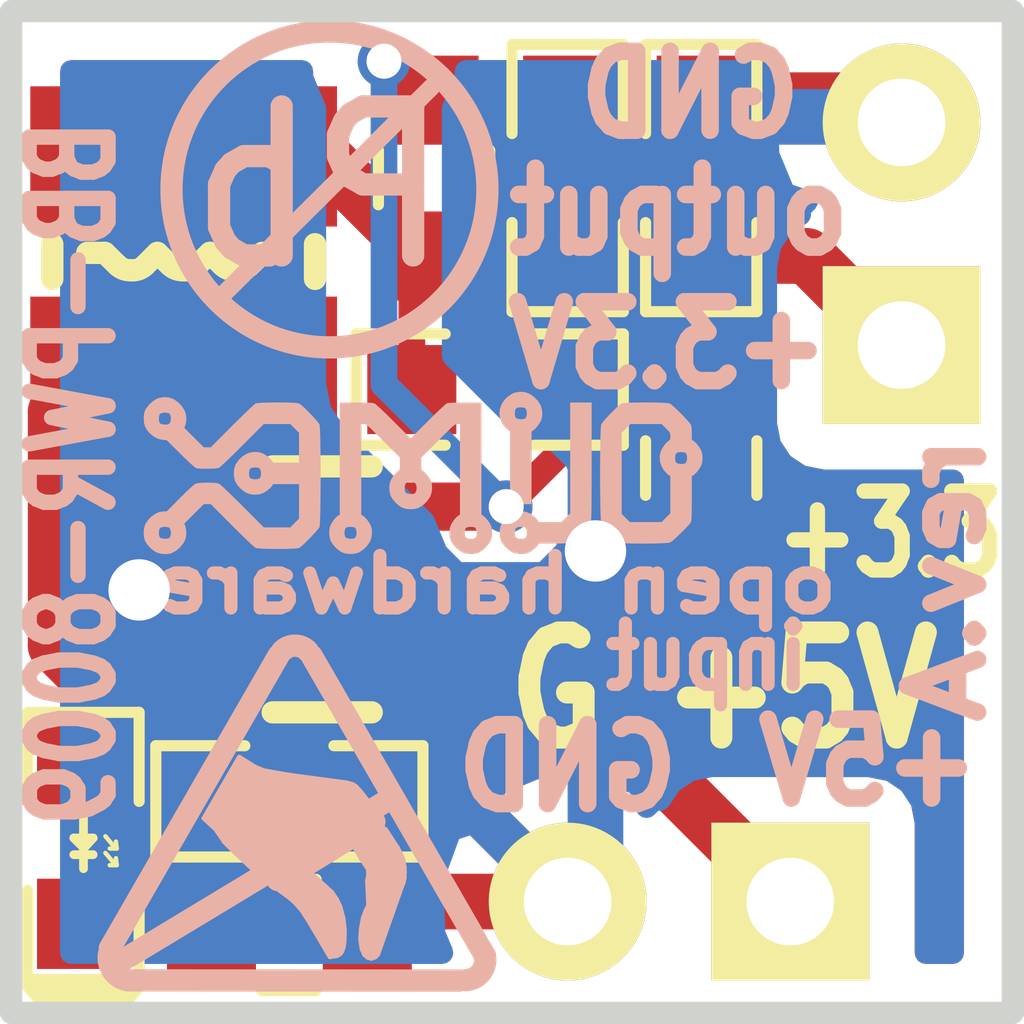
<source format=kicad_pcb>
(kicad_pcb (version 4) (host pcbnew no-vcs-found-product)

  (general
    (links 23)
    (no_connects 0)
    (area 2.432477 15.8194 40.446191 34.503)
    (thickness 1.6)
    (drawings 15)
    (tracks 65)
    (zones 0)
    (modules 17)
    (nets 7)
  )

  (page A4)
  (layers
    (0 F.Cu signal hide)
    (31 B.Cu signal hide)
    (32 B.Adhes user)
    (33 F.Adhes user)
    (34 B.Paste user)
    (35 F.Paste user)
    (36 B.SilkS user hide)
    (37 F.SilkS user)
    (38 B.Mask user)
    (39 F.Mask user)
    (40 Dwgs.User user)
    (41 Cmts.User user)
    (42 Eco1.User user)
    (43 Eco2.User user)
    (44 Edge.Cuts user)
    (45 Margin user)
    (46 B.CrtYd user)
    (47 F.CrtYd user)
    (48 B.Fab user)
    (49 F.Fab user)
  )

  (setup
    (last_trace_width 0.3048)
    (trace_clearance 0.2)
    (zone_clearance 0.508)
    (zone_45_only no)
    (trace_min 0.2)
    (segment_width 0.2)
    (edge_width 0.254)
    (via_size 0.6)
    (via_drill 0.4)
    (via_min_size 0.4)
    (via_min_drill 0.3)
    (uvia_size 0.3)
    (uvia_drill 0.1)
    (uvias_allowed no)
    (uvia_min_size 0)
    (uvia_min_drill 0)
    (pcb_text_width 0.3)
    (pcb_text_size 1.5 1.5)
    (mod_edge_width 0.15)
    (mod_text_size 1 1)
    (mod_text_width 0.15)
    (pad_size 0.9 0.9)
    (pad_drill 0.7)
    (pad_to_mask_clearance 0.1)
    (solder_mask_min_width 0.1)
    (aux_axis_origin 0 0)
    (visible_elements FFFEFFFF)
    (pcbplotparams
      (layerselection 0x00000_80000001)
      (usegerberextensions false)
      (excludeedgelayer true)
      (linewidth 0.100000)
      (plotframeref false)
      (viasonmask false)
      (mode 1)
      (useauxorigin false)
      (hpglpennumber 1)
      (hpglpenspeed 20)
      (hpglpendiameter 15)
      (hpglpenoverlay 2)
      (psnegative false)
      (psa4output false)
      (plotreference false)
      (plotvalue false)
      (plotinvisibletext false)
      (padsonsilk false)
      (subtractmaskfromsilk false)
      (outputformat 1)
      (mirror false)
      (drillshape 0)
      (scaleselection 1)
      (outputdirectory ""))
  )

  (net 0 "")
  (net 1 "Net-(C1-Pad1)")
  (net 2 GND)
  (net 3 "Net-(C2-Pad1)")
  (net 4 "Net-(C2-Pad2)")
  (net 5 "Net-(L1-Pad1)")
  (net 6 "Net-(D1-Pad1)")

  (net_class Default "This is the default net class."
    (clearance 0.2)
    (trace_width 0.3048)
    (via_dia 0.6)
    (via_drill 0.4)
    (uvia_dia 0.3)
    (uvia_drill 0.1)
    (add_net GND)
    (add_net "Net-(C1-Pad1)")
    (add_net "Net-(C2-Pad1)")
    (add_net "Net-(C2-Pad2)")
    (add_net "Net-(D1-Pad1)")
    (add_net "Net-(L1-Pad1)")
  )

  (module OLIMEX_Jumpers-FP:HN1x2_Jumper (layer F.Cu) (tedit 55714090) (tstamp 55701DF4)
    (at 25.4 21.59 90)
    (descr SIP4)
    (tags SIP4)
    (path /5570147E)
    (fp_text reference P2 (at -0.127 2.794 90) (layer F.SilkS) hide
      (effects (font (size 1 1) (thickness 0.25)))
    )
    (fp_text value HN1x2 (at 0.4064 2.7686 90) (layer F.Fab) hide
      (effects (font (size 1.1 1.1) (thickness 0.254)))
    )
    (pad 1 thru_hole rect (at -1.27 0 180) (size 1.8 1.8) (drill 1) (layers *.Cu *.Mask F.SilkS)
      (net 3 "Net-(C2-Pad1)") (solder_mask_margin 0.0508) (solder_paste_margin -0.0508))
    (pad 2 thru_hole circle (at 1.27 0 180) (size 1.8 1.8) (drill 1) (layers *.Cu *.Mask F.SilkS)
      (net 2 GND) (solder_mask_margin 0.0508) (solder_paste_margin -0.0508))
    (model Housings_SIP/SIP9_Housing.wrl
      (at (xyz 0 0 0))
      (scale (xyz 0.3937 0.3937 0.3937))
      (rotate (xyz 0 0 0))
    )
  )

  (module OLIMEX_Jumpers-FP:HN1x2_Jumper (layer F.Cu) (tedit 55714083) (tstamp 55701DEE)
    (at 22.86 29.21 180)
    (descr SIP4)
    (tags SIP4)
    (path /55700F41)
    (fp_text reference P1 (at 0 -2.54 180) (layer F.SilkS) hide
      (effects (font (size 1 1) (thickness 0.25)))
    )
    (fp_text value HN1x2 (at 0.4064 2.7686 180) (layer F.Fab) hide
      (effects (font (size 1.1 1.1) (thickness 0.254)))
    )
    (pad 1 thru_hole rect (at -1.27 0 270) (size 1.8 1.8) (drill 1) (layers *.Cu *.Mask F.SilkS)
      (net 1 "Net-(C1-Pad1)") (solder_mask_margin 0.0508) (solder_paste_margin -0.0508))
    (pad 2 thru_hole circle (at 1.27 0 270) (size 1.8 1.8) (drill 1) (layers *.Cu *.Mask F.SilkS)
      (net 2 GND) (solder_mask_margin 0.0508) (solder_paste_margin -0.0508))
    (model Housings_SIP/SIP9_Housing.wrl
      (at (xyz 0 0 0))
      (scale (xyz 0.3937 0.3937 0.3937))
      (rotate (xyz 0 0 0))
    )
  )

  (module OLIMEX_LEDs-FP:LED_0603_KA (layer F.Cu) (tedit 55702A34) (tstamp 557081AD)
    (at 16.0655 28.575 270)
    (descr CCCCC)
    (tags "resistor 0603")
    (path /557024F3)
    (attr smd)
    (fp_text reference D1 (at 0 1.905 270) (layer F.SilkS) hide
      (effects (font (size 1.1 1.1) (thickness 0.254)))
    )
    (fp_text value LED_RED_0603 (at 0 3.048 270) (layer F.Fab) hide
      (effects (font (size 1 1) (thickness 0.15)))
    )
    (fp_line (start 1.6129 -0.4445) (end 1.6129 0.3556) (layer F.SilkS) (width 0.254))
    (fp_line (start 1.7399 -0.4191) (end 1.7399 0.4064) (layer F.SilkS) (width 0.254))
    (fp_line (start 1.5875 0.5715) (end 1.7272 0.4445) (layer F.SilkS) (width 0.254))
    (fp_line (start 1.5875 -0.5715) (end 1.7399 -0.4445) (layer F.SilkS) (width 0.254))
    (fp_line (start 0.08 -0.25) (end 0.21 -0.36) (layer F.SilkS) (width 0.05))
    (fp_line (start 0.22 -0.38) (end 0.14 -0.37) (layer F.SilkS) (width 0.05))
    (fp_line (start 0.22 -0.38) (end 0.22 -0.3) (layer F.SilkS) (width 0.05))
    (fp_line (start 0.03 -0.38) (end 0.03 -0.3) (layer F.SilkS) (width 0.05))
    (fp_line (start 0.03 -0.38) (end -0.05 -0.37) (layer F.SilkS) (width 0.05))
    (fp_line (start -0.11 -0.25) (end 0.02 -0.36) (layer F.SilkS) (width 0.05))
    (fp_line (start 0.1 -0.11) (end 0.1 0.11) (layer F.SilkS) (width 0.1))
    (fp_line (start -0.09 0.11) (end 0.01 0.01) (layer F.SilkS) (width 0.1))
    (fp_line (start -0.09 -0.11) (end 0.02 -0.01) (layer F.SilkS) (width 0.1))
    (fp_line (start -0.09 -0.11) (end -0.09 0.11) (layer F.SilkS) (width 0.1))
    (fp_line (start -0.32 0) (end 0.26 0) (layer F.SilkS) (width 0.1))
    (fp_line (start 0.508 -0.635) (end 1.524 -0.635) (layer F.SilkS) (width 0.127))
    (fp_line (start 1.524 -0.635) (end 1.524 0.635) (layer F.SilkS) (width 0.127))
    (fp_line (start 1.524 0.635) (end 0.508 0.635) (layer F.SilkS) (width 0.127))
    (fp_line (start -1.524 -0.635) (end -1.524 0.635) (layer F.SilkS) (width 0.127))
    (fp_line (start -1.524 0.635) (end -0.508 0.635) (layer F.SilkS) (width 0.127))
    (fp_line (start -1.524 -0.635) (end -0.508 -0.635) (layer F.SilkS) (width 0.127))
    (pad 2 smd rect (at -0.889 0 270) (size 1.03 1.06) (layers F.Cu F.Paste F.Mask)
      (net 1 "Net-(C1-Pad1)"))
    (pad 1 smd rect (at 0.889 0 270) (size 1.03 1.06) (layers F.Cu F.Paste F.Mask)
      (net 6 "Net-(D1-Pad1)"))
    (model Resistors_SMD/R_0603.wrl
      (at (xyz 0 0 0))
      (scale (xyz 1 1 1))
      (rotate (xyz 0 0 0))
    )
  )

  (module kicad_wrk:C_0603 (layer F.Cu) (tedit 559A1B55) (tstamp 55701DD0)
    (at 18.415 28.067)
    (descr "Resistor SMD 0603, reflow soldering, Vishay (see dcrcw.pdf)")
    (tags "resistor 0603")
    (path /55700F73)
    (attr smd)
    (fp_text reference C1 (at -0.1778 0) (layer F.SilkS) hide
      (effects (font (size 1 1) (thickness 0.15)))
    )
    (fp_text value 22uF/6.3V (at -0.127 3.175) (layer F.SilkS) hide
      (effects (font (size 1 1) (thickness 0.15)))
    )
    (fp_line (start 0.508 -0.635) (end 1.524 -0.635) (layer F.SilkS) (width 0.127))
    (fp_line (start 1.524 -0.635) (end 1.524 0.635) (layer F.SilkS) (width 0.127))
    (fp_line (start 1.524 0.635) (end 0.508 0.635) (layer F.SilkS) (width 0.127))
    (fp_line (start -1.524 -0.635) (end -1.524 0.635) (layer F.SilkS) (width 0.127))
    (fp_line (start -1.524 0.635) (end -0.508 0.635) (layer F.SilkS) (width 0.127))
    (fp_line (start -1.524 -0.635) (end -0.508 -0.635) (layer F.SilkS) (width 0.127))
    (pad 1 smd rect (at -0.889 0) (size 1.016 1.016) (layers F.Cu F.Paste F.Mask)
      (net 1 "Net-(C1-Pad1)"))
    (pad 2 smd rect (at 0.889 0) (size 1.016 1.016) (layers F.Cu F.Paste F.Mask)
      (net 2 GND))
    (model Resistors_SMD/R_0603.wrl
      (at (xyz 0 0 0))
      (scale (xyz 1 1 1))
      (rotate (xyz 0 0 0))
    )
  )

  (module kicad_wrk:C_0603 (layer F.Cu) (tedit 559A1B85) (tstamp 55701DD6)
    (at 20.701 23.368)
    (descr "Resistor SMD 0603, reflow soldering, Vishay (see dcrcw.pdf)")
    (tags "resistor 0603")
    (path /5570121E)
    (attr smd)
    (fp_text reference C2 (at -0.1778 0.0508) (layer F.SilkS) hide
      (effects (font (size 1 1) (thickness 0.15)))
    )
    (fp_text value 22pF (at 4.445 -5.715) (layer F.SilkS) hide
      (effects (font (size 1 1) (thickness 0.15)))
    )
    (fp_line (start 0.508 -0.635) (end 1.524 -0.635) (layer F.SilkS) (width 0.127))
    (fp_line (start 1.524 -0.635) (end 1.524 0.635) (layer F.SilkS) (width 0.127))
    (fp_line (start 1.524 0.635) (end 0.508 0.635) (layer F.SilkS) (width 0.127))
    (fp_line (start -1.524 -0.635) (end -1.524 0.635) (layer F.SilkS) (width 0.127))
    (fp_line (start -1.524 0.635) (end -0.508 0.635) (layer F.SilkS) (width 0.127))
    (fp_line (start -1.524 -0.635) (end -0.508 -0.635) (layer F.SilkS) (width 0.127))
    (pad 1 smd rect (at -0.889 0) (size 1.016 1.016) (layers F.Cu F.Paste F.Mask)
      (net 3 "Net-(C2-Pad1)"))
    (pad 2 smd rect (at 0.889 0) (size 1.016 1.016) (layers F.Cu F.Paste F.Mask)
      (net 4 "Net-(C2-Pad2)"))
    (model Resistors_SMD/R_0603.wrl
      (at (xyz 0 0 0))
      (scale (xyz 1 1 1))
      (rotate (xyz 0 0 0))
    )
  )

  (module kicad_wrk:C_0603 (layer F.Cu) (tedit 559A1B82) (tstamp 55701DDC)
    (at 23.114 20.955 90)
    (descr "Resistor SMD 0603, reflow soldering, Vishay (see dcrcw.pdf)")
    (tags "resistor 0603")
    (path /557012A8)
    (attr smd)
    (fp_text reference C3 (at 2.9972 0.1016 90) (layer F.SilkS) hide
      (effects (font (size 1 1) (thickness 0.15)))
    )
    (fp_text value 22uF/6.3V (at -0.254 13.081 90) (layer F.SilkS) hide
      (effects (font (size 1 1) (thickness 0.15)))
    )
    (fp_line (start 0.508 -0.635) (end 1.524 -0.635) (layer F.SilkS) (width 0.127))
    (fp_line (start 1.524 -0.635) (end 1.524 0.635) (layer F.SilkS) (width 0.127))
    (fp_line (start 1.524 0.635) (end 0.508 0.635) (layer F.SilkS) (width 0.127))
    (fp_line (start -1.524 -0.635) (end -1.524 0.635) (layer F.SilkS) (width 0.127))
    (fp_line (start -1.524 0.635) (end -0.508 0.635) (layer F.SilkS) (width 0.127))
    (fp_line (start -1.524 -0.635) (end -0.508 -0.635) (layer F.SilkS) (width 0.127))
    (pad 1 smd rect (at -0.889 0 90) (size 1.016 1.016) (layers F.Cu F.Paste F.Mask)
      (net 3 "Net-(C2-Pad1)"))
    (pad 2 smd rect (at 0.889 0 90) (size 1.016 1.016) (layers F.Cu F.Paste F.Mask)
      (net 2 GND))
    (model Resistors_SMD/R_0603.wrl
      (at (xyz 0 0 0))
      (scale (xyz 1 1 1))
      (rotate (xyz 0 0 0))
    )
  )

  (module kicad_wrk:C_0603 (layer F.Cu) (tedit 559A1B80) (tstamp 55701DE2)
    (at 21.59 20.955 90)
    (descr "Resistor SMD 0603, reflow soldering, Vishay (see dcrcw.pdf)")
    (tags "resistor 0603")
    (path /557012DF)
    (attr smd)
    (fp_text reference C4 (at 3.7846 0.0508 90) (layer F.SilkS) hide
      (effects (font (size 1 1) (thickness 0.15)))
    )
    (fp_text value 22uF/6.3V (at -0.889 12.954 90) (layer F.SilkS) hide
      (effects (font (size 1 1) (thickness 0.15)))
    )
    (fp_line (start 0.508 -0.635) (end 1.524 -0.635) (layer F.SilkS) (width 0.127))
    (fp_line (start 1.524 -0.635) (end 1.524 0.635) (layer F.SilkS) (width 0.127))
    (fp_line (start 1.524 0.635) (end 0.508 0.635) (layer F.SilkS) (width 0.127))
    (fp_line (start -1.524 -0.635) (end -1.524 0.635) (layer F.SilkS) (width 0.127))
    (fp_line (start -1.524 0.635) (end -0.508 0.635) (layer F.SilkS) (width 0.127))
    (fp_line (start -1.524 -0.635) (end -0.508 -0.635) (layer F.SilkS) (width 0.127))
    (pad 1 smd rect (at -0.889 0 90) (size 1.016 1.016) (layers F.Cu F.Paste F.Mask)
      (net 3 "Net-(C2-Pad1)"))
    (pad 2 smd rect (at 0.889 0 90) (size 1.016 1.016) (layers F.Cu F.Paste F.Mask)
      (net 2 GND))
    (model Resistors_SMD/R_0603.wrl
      (at (xyz 0 0 0))
      (scale (xyz 1 1 1))
      (rotate (xyz 0 0 0))
    )
  )

  (module OLIMEX_RLC-FP:CD32 (layer F.Cu) (tedit 55702A3E) (tstamp 55701DE8)
    (at 17.2085 21.9075 90)
    (descr "ROTATED COUNTERCLOCKWISE 90")
    (tags "ROTATED COUNTERCLOCKWISE 90")
    (path /557011F1)
    (attr smd)
    (fp_text reference L1 (at -4.953 -0.127 180) (layer F.SilkS) hide
      (effects (font (size 1 1) (thickness 0.25)))
    )
    (fp_text value 2.2uH/1.5A/JCR<0.1R/CD32 (at -7.747 0.127 180) (layer F.Fab) hide
      (effects (font (size 0.5 0.5) (thickness 0.125)))
    )
    (fp_line (start 0.19812 1.4986) (end -0.19812 1.4986) (layer F.SilkS) (width 0.254))
    (fp_line (start 0.19812 -1.4986) (end -0.19812 -1.4986) (layer F.SilkS) (width 0.254))
    (fp_line (start 0.09906 1.09982) (end 0.09906 0.89916) (layer F.SilkS) (width 0.254))
    (fp_line (start 0.09906 0.89916) (end -0.04064 0.75692) (layer F.SilkS) (width 0.254))
    (fp_line (start -0.09906 0.61468) (end -0.09906 0.58166) (layer F.SilkS) (width 0.254))
    (fp_line (start -0.04064 0.43942) (end 0.09906 0.29972) (layer F.SilkS) (width 0.254))
    (fp_line (start 0.09906 0.29972) (end -0.04064 0.15748) (layer F.SilkS) (width 0.254))
    (fp_line (start -0.09906 0.01524) (end -0.09906 -0.01524) (layer F.SilkS) (width 0.254))
    (fp_line (start -0.04064 -0.15748) (end 0.09906 -0.29972) (layer F.SilkS) (width 0.254))
    (fp_line (start 0.09906 -0.29972) (end -0.04064 -0.43942) (layer F.SilkS) (width 0.254))
    (fp_line (start -0.09906 -0.58166) (end -0.09906 -0.61468) (layer F.SilkS) (width 0.254))
    (fp_line (start -0.04064 -0.75692) (end 0.09906 -0.89916) (layer F.SilkS) (width 0.254))
    (fp_line (start 0.09906 -0.89916) (end 0.09906 -1.09982) (layer F.SilkS) (width 0.254))
    (fp_arc (start 0.09906 0.61468) (end -0.04064 0.75692) (angle 44.9) (layer F.SilkS) (width 0.254))
    (fp_arc (start 0.09906 0.58166) (end -0.09906 0.58166) (angle 44.9) (layer F.SilkS) (width 0.254))
    (fp_arc (start 0.09906 0.01524) (end -0.04064 0.15748) (angle 44.9) (layer F.SilkS) (width 0.254))
    (fp_arc (start 0.09906 -0.01524) (end -0.09906 -0.01524) (angle 44.9) (layer F.SilkS) (width 0.254))
    (fp_arc (start 0.09906 -0.58166) (end -0.04064 -0.43942) (angle 44.9) (layer F.SilkS) (width 0.254))
    (fp_arc (start 0.09906 -0.61468) (end -0.09906 -0.61468) (angle 44.9) (layer F.SilkS) (width 0.254))
    (pad 1 smd rect (at -1.2 0 180) (size 3.5 1.6) (layers F.Cu F.Paste F.Mask)
      (net 5 "Net-(L1-Pad1)") (solder_mask_margin 0.0508) (solder_paste_margin -0.0508) (clearance 0.0508))
    (pad 2 smd rect (at 1.2 0 180) (size 3.5 1.6) (layers F.Cu F.Paste F.Mask)
      (net 3 "Net-(C2-Pad1)") (solder_mask_margin 0.0508) (solder_paste_margin -0.0508) (clearance 0.0508))
  )

  (module OLIMEX_RLC-FP:R_0603_DWS (layer F.Cu) (tedit 559A1B7F) (tstamp 55701DFA)
    (at 20.066 20.955 90)
    (descr "Resistor SMD 0603, reflow soldering, Vishay (see dcrcw.pdf)")
    (tags "resistor 0603")
    (path /5570124B)
    (attr smd)
    (fp_text reference R1 (at 3.7846 -0.0254 90) (layer F.SilkS) hide
      (effects (font (size 1.1 1.1) (thickness 0.254)))
    )
    (fp_text value "4.99K 1%" (at 0 12.573 90) (layer F.Fab) hide
      (effects (font (size 1 1) (thickness 0.15)))
    )
    (fp_line (start -0.3048 0.635) (end 0.3175 0.635) (layer F.SilkS) (width 0.127))
    (fp_line (start -0.3048 -0.635) (end 0.3175 -0.635) (layer F.SilkS) (width 0.127))
    (fp_line (start 0.508 -0.635) (end 1.524 -0.635) (layer Dwgs.User) (width 0.127))
    (fp_line (start 1.524 -0.635) (end 1.524 0.635) (layer Dwgs.User) (width 0.127))
    (fp_line (start 1.524 0.635) (end 0.508 0.635) (layer Dwgs.User) (width 0.127))
    (fp_line (start -1.524 -0.635) (end -1.524 0.635) (layer Dwgs.User) (width 0.127))
    (fp_line (start -1.524 0.635) (end -0.508 0.635) (layer Dwgs.User) (width 0.127))
    (fp_line (start -1.524 -0.635) (end -0.508 -0.635) (layer Dwgs.User) (width 0.127))
    (pad 1 smd rect (at -0.889 0 90) (size 1.016 1.016) (layers F.Cu F.Paste F.Mask)
      (net 3 "Net-(C2-Pad1)") (solder_mask_margin 0.0508) (solder_paste_margin -0.0508) (clearance 0.0508))
    (pad 2 smd rect (at 0.889 0 90) (size 1.016 1.016) (layers F.Cu F.Paste F.Mask)
      (net 4 "Net-(C2-Pad2)") (solder_mask_margin 0.0508) (solder_paste_margin -0.0508) (clearance 0.0508))
    (model Resistors_SMD/R_0603.wrl
      (at (xyz 0 0 0))
      (scale (xyz 1 1 1))
      (rotate (xyz 0 0 0))
    )
  )

  (module OLIMEX_RLC-FP:R_0603_DWS (layer F.Cu) (tedit 559A1B9A) (tstamp 55701E00)
    (at 23.114 24.257 270)
    (descr "Resistor SMD 0603, reflow soldering, Vishay (see dcrcw.pdf)")
    (tags "resistor 0603")
    (path /5570126C)
    (attr smd)
    (fp_text reference R2 (at 0.0254 0.0508 270) (layer F.SilkS) hide
      (effects (font (size 1.1 1.1) (thickness 0.254)))
    )
    (fp_text value "1.1K 1%" (at 0.635 -7.493 270) (layer F.Fab) hide
      (effects (font (size 1 1) (thickness 0.15)))
    )
    (fp_line (start -0.3048 0.635) (end 0.3175 0.635) (layer F.SilkS) (width 0.127))
    (fp_line (start -0.3048 -0.635) (end 0.3175 -0.635) (layer F.SilkS) (width 0.127))
    (fp_line (start 0.508 -0.635) (end 1.524 -0.635) (layer Dwgs.User) (width 0.127))
    (fp_line (start 1.524 -0.635) (end 1.524 0.635) (layer Dwgs.User) (width 0.127))
    (fp_line (start 1.524 0.635) (end 0.508 0.635) (layer Dwgs.User) (width 0.127))
    (fp_line (start -1.524 -0.635) (end -1.524 0.635) (layer Dwgs.User) (width 0.127))
    (fp_line (start -1.524 0.635) (end -0.508 0.635) (layer Dwgs.User) (width 0.127))
    (fp_line (start -1.524 -0.635) (end -0.508 -0.635) (layer Dwgs.User) (width 0.127))
    (pad 1 smd rect (at -0.889 0 270) (size 1.016 1.016) (layers F.Cu F.Paste F.Mask)
      (net 4 "Net-(C2-Pad2)") (solder_mask_margin 0.0508) (solder_paste_margin -0.0508) (clearance 0.0508))
    (pad 2 smd rect (at 0.889 0 270) (size 1.016 1.016) (layers F.Cu F.Paste F.Mask)
      (net 2 GND) (solder_mask_margin 0.0508) (solder_paste_margin -0.0508) (clearance 0.0508))
    (model Resistors_SMD/R_0603.wrl
      (at (xyz 0 0 0))
      (scale (xyz 1 1 1))
      (rotate (xyz 0 0 0))
    )
  )

  (module OLIMEX_IC-FP:SOT-23-5 (layer F.Cu) (tedit 55702A2A) (tstamp 55701E09)
    (at 18.796 25.654 180)
    (path /5570110E)
    (fp_text reference U1 (at -1.143 3.175 180) (layer F.SilkS) hide
      (effects (font (size 1.1 1.1) (thickness 0.254)))
    )
    (fp_text value "SY8009AAAC(SOT23-5)" (at 6.477 3.683 180) (layer F.Fab) hide
      (effects (font (size 1.1 1.1) (thickness 0.254)))
    )
    (fp_line (start -0.5588 1.4097) (end 0.5715 1.4097) (layer F.SilkS) (width 0.254))
    (fp_line (start -0.5588 -1.397) (end 0.5715 -1.397) (layer F.SilkS) (width 0.254))
    (fp_line (start -0.80264 -1.40208) (end -0.79502 1.40208) (layer Dwgs.User) (width 0.15))
    (fp_line (start 0.80518 1.40208) (end 0.79756 -1.4097) (layer Dwgs.User) (width 0.15))
    (pad 4 smd rect (at -1.3 -0.95 180) (size 1.2 0.55) (layers F.Cu F.Paste F.Mask)
      (net 1 "Net-(C1-Pad1)") (solder_mask_margin 0.0508) (solder_paste_margin -0.0508) (clearance 0.0508))
    (pad 5 smd rect (at -1.3 0.95 180) (size 1.2 0.55) (layers F.Cu F.Paste F.Mask)
      (net 4 "Net-(C2-Pad2)") (solder_mask_margin 0.0508) (solder_paste_margin -0.0508) (clearance 0.0508))
    (pad 3 smd rect (at 1.3 -0.95 180) (size 1.2 0.55) (layers F.Cu F.Paste F.Mask)
      (net 5 "Net-(L1-Pad1)") (solder_mask_margin 0.0508) (solder_paste_margin -0.0508) (clearance 0.0508))
    (pad 2 smd rect (at 1.3 0 180) (size 1.2 0.55) (layers F.Cu F.Paste F.Mask)
      (net 2 GND) (solder_mask_margin 0.0508) (solder_paste_margin -0.0508) (clearance 0.0508))
    (pad 1 smd rect (at 1.3 0.95 180) (size 1.2 0.55) (layers F.Cu F.Paste F.Mask)
      (net 1 "Net-(C1-Pad1)") (solder_mask_margin 0.0508) (solder_paste_margin -0.0508) (clearance 0.0508))
  )

  (module OLIMEX_RLC-FP:R_0603_DWS (layer F.Cu) (tedit 559A1B53) (tstamp 557081BB)
    (at 18.415 29.591 180)
    (descr "Resistor SMD 0603, reflow soldering, Vishay (see dcrcw.pdf)")
    (tags "resistor 0603")
    (path /5570251F)
    (attr smd)
    (fp_text reference R3 (at 0.2286 -0.1016 180) (layer F.SilkS) hide
      (effects (font (size 1.1 1.1) (thickness 0.254)))
    )
    (fp_text value 2.2K (at -0.127 -3.937 180) (layer F.Fab) hide
      (effects (font (size 1 1) (thickness 0.15)))
    )
    (fp_line (start -0.3048 0.635) (end 0.3175 0.635) (layer F.SilkS) (width 0.127))
    (fp_line (start -0.3048 -0.635) (end 0.3175 -0.635) (layer F.SilkS) (width 0.127))
    (fp_line (start 0.508 -0.635) (end 1.524 -0.635) (layer Dwgs.User) (width 0.127))
    (fp_line (start 1.524 -0.635) (end 1.524 0.635) (layer Dwgs.User) (width 0.127))
    (fp_line (start 1.524 0.635) (end 0.508 0.635) (layer Dwgs.User) (width 0.127))
    (fp_line (start -1.524 -0.635) (end -1.524 0.635) (layer Dwgs.User) (width 0.127))
    (fp_line (start -1.524 0.635) (end -0.508 0.635) (layer Dwgs.User) (width 0.127))
    (fp_line (start -1.524 -0.635) (end -0.508 -0.635) (layer Dwgs.User) (width 0.127))
    (pad 1 smd rect (at -0.889 0 180) (size 1.016 1.016) (layers F.Cu F.Paste F.Mask)
      (net 2 GND) (solder_mask_margin 0.0508) (solder_paste_margin -0.0508) (clearance 0.0508))
    (pad 2 smd rect (at 0.889 0 180) (size 1.016 1.016) (layers F.Cu F.Paste F.Mask)
      (net 6 "Net-(D1-Pad1)") (solder_mask_margin 0.0508) (solder_paste_margin -0.0508) (clearance 0.0508))
    (model Resistors_SMD/R_0603.wrl
      (at (xyz 0 0 0))
      (scale (xyz 1 1 1))
      (rotate (xyz 0 0 0))
    )
  )

  (module OLIMEX_Other-FP:via_09_07 (layer F.Cu) (tedit 55702E9C) (tstamp 5570B846)
    (at 16.7005 25.654)
    (fp_text reference Ref** (at 0 0.5) (layer F.SilkS) hide
      (effects (font (size 1 1) (thickness 0.15)))
    )
    (fp_text value Val** (at 0 -0.7874) (layer F.Fab) hide
      (effects (font (size 1 1) (thickness 0.15)))
    )
    (pad 0 thru_hole circle (at 0 0) (size 0.8382 0.8382) (drill 0.7) (layers *.Cu)
      (net 2 GND) (zone_connect 2))
  )

  (module OLIMEX_Other-FP:via_09_07 (layer F.Cu) (tedit 55703052) (tstamp 5570B89F)
    (at 21.9075 25.273)
    (fp_text reference Ref** (at 0 0.5) (layer F.SilkS) hide
      (effects (font (size 1 1) (thickness 0.15)))
    )
    (fp_text value Val** (at 0 -0.7874) (layer F.Fab) hide
      (effects (font (size 1 1) (thickness 0.15)))
    )
    (pad 0 thru_hole circle (at 0 -0.0635) (size 0.9 0.9) (drill 0.7) (layers *.Cu)
      (net 2 GND) (zone_connect 2))
  )

  (module OLIMEX_LOGOs-FP:LOGO_ANTISTATIC_SMALL_4.5mmX2.8mm (layer B.Cu) (tedit 553A307F) (tstamp 5570B932)
    (at 18.4785 28.194 180)
    (fp_text reference "" (at 0 3.0226 180) (layer B.SilkS)
      (effects (font (size 1 1) (thickness 0.15)) (justify mirror))
    )
    (fp_text value "" (at -0.02286 -3.302 180) (layer B.Fab)
      (effects (font (size 1 1) (thickness 0.15)) (justify mirror))
    )
    (fp_line (start -0.90678 -0.10414) (end 0.19812 -0.76962) (layer B.SilkS) (width 0.254))
    (fp_line (start -1.12014 0.1778) (end 2.09296 -1.76276) (layer B.SilkS) (width 0.254))
    (fp_line (start -0.4445 -1.52146) (end -0.24638 -1.1303) (layer B.SilkS) (width 0.254))
    (fp_line (start -0.24638 -1.1303) (end 0.06096 -0.80518) (layer B.SilkS) (width 0.254))
    (fp_line (start 0.00508 -0.70358) (end -0.35052 -1.0287) (layer B.SilkS) (width 0.254))
    (fp_line (start -0.35052 -1.0287) (end -0.42418 -1.27254) (layer B.SilkS) (width 0.254))
    (fp_line (start -0.42418 -1.27254) (end -0.4445 -1.52146) (layer B.SilkS) (width 0.254))
    (fp_line (start -0.97028 -1.04394) (end -0.87884 -1.36906) (layer B.SilkS) (width 0.254))
    (fp_line (start -0.9525 -0.635) (end -0.97028 -1.03632) (layer B.SilkS) (width 0.254))
    (fp_line (start -1.14808 -0.67818) (end -0.8763 -1.5113) (layer B.SilkS) (width 0.254))
    (fp_line (start -0.76454 -0.27432) (end -1.05156 -0.71374) (layer B.SilkS) (width 0.254))
    (fp_line (start -0.91948 -0.22352) (end -1.12014 -0.59944) (layer B.SilkS) (width 0.254))
    (fp_line (start 0.77216 -0.1397) (end 0.59436 -0.36068) (layer B.SilkS) (width 0.254))
    (fp_line (start 0.5969 0.4826) (end 0.77724 0.18542) (layer B.SilkS) (width 0.254))
    (fp_line (start -0.58928 0.22098) (end 0.38862 0.36576) (layer B.SilkS) (width 0.254))
    (fp_line (start 0.51308 0.4318) (end 0.73914 0.2413) (layer B.SilkS) (width 0.254))
    (fp_line (start 0.35814 0.36576) (end 0.89408 -0.02032) (layer B.SilkS) (width 0.254))
    (fp_line (start 0.09398 0.32258) (end 0.79248 -0.13716) (layer B.SilkS) (width 0.254))
    (fp_line (start -0.20828 0.28702) (end 0.68072 -0.28702) (layer B.SilkS) (width 0.254))
    (fp_line (start -0.48006 0.21844) (end 0.54356 -0.4191) (layer B.SilkS) (width 0.254))
    (fp_line (start -0.6858 0.1524) (end 0.4572 -0.51308) (layer B.SilkS) (width 0.254))
    (fp_line (start 0.8128 -0.3302) (end 0.6985 -0.4445) (layer B.SilkS) (width 0.05))
    (fp_line (start 0.70104 -0.44196) (end 0.49022 -0.64008) (layer B.SilkS) (width 0.05))
    (fp_line (start 0.90678 -0.1905) (end 0.80772 -0.33274) (layer B.SilkS) (width 0.05))
    (fp_line (start 1.0414 -0.06604) (end 0.90932 -0.18796) (layer B.SilkS) (width 0.05))
    (fp_line (start 0.63754 0.63246) (end 1.0414 -0.06604) (layer B.SilkS) (width 0.05))
    (fp_line (start 0.45974 0.52324) (end 0.63246 0.63246) (layer B.SilkS) (width 0.05))
    (fp_line (start 0.34544 0.47498) (end 0.45974 0.52324) (layer B.SilkS) (width 0.05))
    (fp_line (start 0.07112 0.42926) (end 0.3429 0.47752) (layer B.SilkS) (width 0.05))
    (fp_line (start -0.59182 0.34036) (end 0.07112 0.42926) (layer B.SilkS) (width 0.05))
    (fp_line (start -0.66294 0.32004) (end -0.59182 0.34036) (layer B.SilkS) (width 0.05))
    (fp_line (start -0.69596 0.29718) (end -0.66294 0.32004) (layer B.SilkS) (width 0.05))
    (fp_line (start -0.74168 0.24892) (end -0.6985 0.29464) (layer B.SilkS) (width 0.05))
    (fp_line (start -0.83566 0.12954) (end -0.74168 0.24892) (layer B.SilkS) (width 0.05))
    (fp_line (start -1.16586 -0.3937) (end -1.03378 -0.1905) (layer B.SilkS) (width 0.05))
    (fp_line (start -1.23444 -0.53) (end -1.16586 -0.39) (layer B.SilkS) (width 0.05))
    (fp_line (start -1.24968 -0.62484) (end -1.23444 -0.5334) (layer B.SilkS) (width 0.05))
    (fp_line (start -1.24968 -0.74168) (end -1.24968 -0.62738) (layer B.SilkS) (width 0.05))
    (fp_line (start -1.23698 -0.80518) (end -1.24968 -0.74422) (layer B.SilkS) (width 0.05))
    (fp_line (start -0.94742 -1.61798) (end -1.23444 -0.80264) (layer B.SilkS) (width 0.05))
    (fp_line (start -0.91948 -1.64846) (end -0.94742 -1.61798) (layer B.SilkS) (width 0.05))
    (fp_line (start -0.87376 -1.66624) (end -0.9144 -1.651) (layer B.SilkS) (width 0.05))
    (fp_line (start -0.83312 -1.65608) (end -0.87376 -1.66624) (layer B.SilkS) (width 0.05))
    (fp_line (start -0.79248 -1.62306) (end -0.83312 -1.65608) (layer B.SilkS) (width 0.05))
    (fp_line (start -0.762 -1.55448) (end -0.79248 -1.62306) (layer B.SilkS) (width 0.05))
    (fp_line (start -0.74676 -1.44018) (end -0.762 -1.55448) (layer B.SilkS) (width 0.05))
    (fp_line (start -0.75438 -1.32842) (end -0.74676 -1.44018) (layer B.SilkS) (width 0.05))
    (fp_line (start -0.77724 -1.20396) (end -0.75438 -1.32842) (layer B.SilkS) (width 0.05))
    (fp_line (start -0.80772 -1.12014) (end -0.77724 -1.20396) (layer B.SilkS) (width 0.05))
    (fp_line (start -0.8382 -1.06172) (end -0.80772 -1.12014) (layer B.SilkS) (width 0.05))
    (fp_line (start -0.8255 -0.7747) (end -0.8382 -1.06172) (layer B.SilkS) (width 0.05))
    (fp_line (start -0.84074 -0.70612) (end -0.8255 -0.7747) (layer B.SilkS) (width 0.05))
    (fp_line (start -0.83566 -0.6477) (end -0.8382 -0.70612) (layer B.SilkS) (width 0.05))
    (fp_line (start -0.75184 -0.52324) (end -0.83566 -0.6477) (layer B.SilkS) (width 0.05))
    (fp_line (start -0.6731 -0.38354) (end -0.75184 -0.52324) (layer B.SilkS) (width 0.05))
    (fp_line (start -0.1778 -0.68834) (end -0.6731 -0.38354) (layer B.SilkS) (width 0.05))
    (fp_line (start -0.42164 -0.90932) (end -0.17526 -0.6858) (layer B.SilkS) (width 0.05))
    (fp_line (start -0.47498 -0.98806) (end -0.42164 -0.90932) (layer B.SilkS) (width 0.05))
    (fp_line (start -0.51816 -1.07696) (end -0.47498 -0.98806) (layer B.SilkS) (width 0.05))
    (fp_line (start -0.55118 -1.20396) (end -0.51816 -1.08204) (layer B.SilkS) (width 0.05))
    (fp_line (start -0.56642 -1.33858) (end -0.55118 -1.20396) (layer B.SilkS) (width 0.05))
    (fp_line (start -0.56388 -1.46558) (end -0.56642 -1.33858) (layer B.SilkS) (width 0.05))
    (fp_line (start -0.55372 -1.53924) (end -0.56398 -1.46558) (layer B.SilkS) (width 0.05))
    (fp_line (start -0.53594 -1.5875) (end -0.55372 -1.53924) (layer B.SilkS) (width 0.05))
    (fp_line (start -0.51816 -1.61036) (end -0.53594 -1.58875) (layer B.SilkS) (width 0.05))
    (fp_line (start -0.48006 -1.63576) (end -0.51308 -1.61544) (layer B.SilkS) (width 0.05))
    (fp_line (start -0.39878 -1.64846) (end -0.47752 -1.63576) (layer B.SilkS) (width 0.05))
    (fp_line (start -0.0762 -1.11506) (end -0.1524 -1.2319) (layer B.SilkS) (width 0.05))
    (fp_line (start -0.1524 -1.2319) (end -0.39878 -1.64846) (layer B.SilkS) (width 0.05))
    (fp_line (start 0.00762 -1.02108) (end -0.0762 -1.11506) (layer B.SilkS) (width 0.05))
    (fp_line (start 0.0635 -0.97282) (end 0.00762 -1.02108) (layer B.SilkS) (width 0.05))
    (fp_line (start 0.18542 -0.88392) (end 0.0635 -0.97282) (layer B.SilkS) (width 0.05))
    (fp_arc (start 1.86436 -1.65608) (end 2.12344 -1.62052) (angle -90) (layer B.SilkS) (width 0.254))
    (fp_arc (start -1.94056 -1.68148) (end -1.95072 -1.91262) (angle -90) (layer B.SilkS) (width 0.254))
    (fp_arc (start 0 1.69926) (end -0.14478 1.84404) (angle -90) (layer B.SilkS) (width 0.254))
    (fp_line (start -2.16916 -1.63576) (end -0.1905 1.78816) (layer B.SilkS) (width 0.254))
    (fp_line (start -1.87198 -1.9177) (end 1.8923 -1.91516) (layer B.SilkS) (width 0.254))
    (fp_line (start 0.18542 1.79324) (end 2.11328 -1.55194) (layer B.SilkS) (width 0.254))
  )

  (module OLIMEX_LOGOs-FP:LOGO_OLIMEX_80 (layer B.Cu) (tedit 550FAFDC) (tstamp 5570E85A)
    (at 19.939 24.3205 180)
    (fp_text reference "" (at 0 0 180) (layer B.SilkS) hide
      (effects (font (thickness 0.3)) (justify mirror))
    )
    (fp_text value "" (at 0.75 0 180) (layer B.SilkS) hide
      (effects (font (thickness 0.3)) (justify mirror))
    )
    (fp_poly (pts (xy -0.879158 -0.672094) (xy -0.881346 -0.720273) (xy -0.891306 -0.763558) (xy -0.897255 -0.777742)
      (xy -0.920793 -0.814381) (xy -0.953539 -0.850932) (xy -0.99044 -0.88235) (xy -1.020578 -0.9009)
      (xy -1.04394 -0.90874) (xy -1.04394 -0.68199) (xy -1.047007 -0.647795) (xy -1.057575 -0.625738)
      (xy -1.077698 -0.613723) (xy -1.109429 -0.609655) (xy -1.114874 -0.6096) (xy -1.140529 -0.611375)
      (xy -1.161358 -0.615908) (xy -1.168632 -0.619329) (xy -1.181853 -0.637325) (xy -1.188833 -0.663871)
      (xy -1.189563 -0.693647) (xy -1.184032 -0.72133) (xy -1.172232 -0.741597) (xy -1.168862 -0.744483)
      (xy -1.148757 -0.752266) (xy -1.121251 -0.754816) (xy -1.09248 -0.752429) (xy -1.06858 -0.745406)
      (xy -1.05918 -0.73914) (xy -1.049325 -0.724456) (xy -1.044725 -0.702999) (xy -1.04394 -0.68199)
      (xy -1.04394 -0.90874) (xy -1.056554 -0.912973) (xy -1.099649 -0.919359) (xy -1.143567 -0.9197)
      (xy -1.18201 -0.913637) (xy -1.19127 -0.910617) (xy -1.222768 -0.895013) (xy -1.255897 -0.872825)
      (xy -1.28544 -0.847987) (xy -1.306183 -0.824432) (xy -1.30683 -0.823459) (xy -1.32207 -0.800144)
      (xy -1.48424 -0.800122) (xy -1.543508 -0.799844) (xy -1.589414 -0.798956) (xy -1.623824 -0.797349)
      (xy -1.648609 -0.794914) (xy -1.665637 -0.791544) (xy -1.672555 -0.789176) (xy -1.687884 -0.77954)
      (xy -1.711138 -0.760971) (xy -1.740051 -0.73567) (xy -1.772357 -0.70584) (xy -1.805792 -0.673686)
      (xy -1.83809 -0.641409) (xy -1.866985 -0.611213) (xy -1.890212 -0.5853) (xy -1.905505 -0.565874)
      (xy -1.909864 -0.55841) (xy -1.911727 -0.551664) (xy -1.913363 -0.540195) (xy -1.914787 -0.523117)
      (xy -1.916012 -0.499543) (xy -1.917049 -0.468586) (xy -1.917914 -0.429358) (xy -1.918619 -0.380974)
      (xy -1.919178 -0.322546) (xy -1.919603 -0.253186) (xy -1.919909 -0.172009) (xy -1.920108 -0.078128)
      (xy -1.920213 0.029346) (xy -1.92024 0.133105) (xy -1.92024 0.8001) (xy -1.80213 0.8001)
      (xy -1.68402 0.8001) (xy -1.68402 0.169341) (xy -1.68402 -0.461419) (xy -1.632394 -0.512649)
      (xy -1.580768 -0.56388) (xy -1.451419 -0.563858) (xy -1.32207 -0.563836) (xy -1.30683 -0.540521)
      (xy -1.287434 -0.518018) (xy -1.259043 -0.493525) (xy -1.226719 -0.470942) (xy -1.195523 -0.454166)
      (xy -1.193597 -0.453345) (xy -1.154747 -0.44349) (xy -1.109329 -0.441731) (xy -1.063493 -0.447766)
      (xy -1.023389 -0.461292) (xy -1.022417 -0.461771) (xy -0.977989 -0.490317) (xy -0.937499 -0.528143)
      (xy -0.905754 -0.570504) (xy -0.898008 -0.584683) (xy -0.88472 -0.624928) (xy -0.879158 -0.672094)
      (xy -0.879158 -0.672094)) (layer B.SilkS) (width 0.009))
    (fp_poly (pts (xy 1.065057 -0.657021) (xy 1.064454 -0.705796) (xy 1.05517 -0.752946) (xy 1.045576 -0.777742)
      (xy 1.022415 -0.814127) (xy 0.989912 -0.850594) (xy 0.953084 -0.882112) (xy 0.922522 -0.901065)
      (xy 0.89916 -0.908681) (xy 0.89916 -0.68199) (xy 0.896093 -0.647795) (xy 0.885525 -0.625738)
      (xy 0.865402 -0.613723) (xy 0.833671 -0.609655) (xy 0.828226 -0.6096) (xy 0.802571 -0.611375)
      (xy 0.781742 -0.615908) (xy 0.774468 -0.619329) (xy 0.761247 -0.637325) (xy 0.754267 -0.663871)
      (xy 0.753537 -0.693647) (xy 0.759068 -0.72133) (xy 0.770868 -0.741597) (xy 0.774238 -0.744483)
      (xy 0.794343 -0.752266) (xy 0.821849 -0.754816) (xy 0.85062 -0.752429) (xy 0.87452 -0.745406)
      (xy 0.88392 -0.73914) (xy 0.893775 -0.724456) (xy 0.898375 -0.702999) (xy 0.89916 -0.68199)
      (xy 0.89916 -0.908681) (xy 0.882719 -0.914041) (xy 0.835735 -0.919235) (xy 0.787475 -0.916672)
      (xy 0.74385 -0.906373) (xy 0.729463 -0.900312) (xy 0.686301 -0.872247) (xy 0.646304 -0.833753)
      (xy 0.614119 -0.78957) (xy 0.605835 -0.774204) (xy 0.591288 -0.731365) (xy 0.585474 -0.683759)
      (xy 0.588683 -0.637372) (xy 0.597649 -0.605862) (xy 0.61422 -0.574163) (xy 0.636769 -0.541285)
      (xy 0.661444 -0.512253) (xy 0.684396 -0.492092) (xy 0.685301 -0.49149) (xy 0.708616 -0.47625)
      (xy 0.708638 0.043815) (xy 0.70866 0.56388) (xy 0.676219 0.56388) (xy 0.667486 0.563673)
      (xy 0.659286 0.562356) (xy 0.650402 0.558888) (xy 0.639618 0.552225) (xy 0.625714 0.541327)
      (xy 0.607476 0.52515) (xy 0.583683 0.502653) (xy 0.553121 0.472792) (xy 0.514571 0.434527)
      (xy 0.466816 0.386814) (xy 0.451429 0.37142) (xy 0.25908 0.17896) (xy 0.259102 0.106625)
      (xy 0.259267 0.073001) (xy 0.260354 0.051158) (xy 0.263283 0.037639) (xy 0.268977 0.028985)
      (xy 0.278356 0.021737) (xy 0.282439 0.01905) (xy 0.307862 -0.003062) (xy 0.333698 -0.034597)
      (xy 0.356162 -0.070331) (xy 0.370732 -0.10282) (xy 0.379257 -0.146481) (xy 0.378654 -0.195256)
      (xy 0.36937 -0.242406) (xy 0.359776 -0.267202) (xy 0.336615 -0.303587) (xy 0.304112 -0.340053)
      (xy 0.267284 -0.371572) (xy 0.236722 -0.390524) (xy 0.21336 -0.398141) (xy 0.21336 -0.17145)
      (xy 0.210293 -0.137255) (xy 0.199725 -0.115198) (xy 0.179602 -0.103183) (xy 0.147871 -0.099115)
      (xy 0.142426 -0.09906) (xy 0.116771 -0.100835) (xy 0.095942 -0.105368) (xy 0.088668 -0.108789)
      (xy 0.075447 -0.126785) (xy 0.068467 -0.153331) (xy 0.067737 -0.183107) (xy 0.073268 -0.21079)
      (xy 0.085068 -0.231057) (xy 0.088438 -0.233943) (xy 0.108543 -0.241726) (xy 0.136049 -0.244276)
      (xy 0.16482 -0.241889) (xy 0.18872 -0.234866) (xy 0.19812 -0.2286) (xy 0.207975 -0.213916)
      (xy 0.212575 -0.192459) (xy 0.21336 -0.17145) (xy 0.21336 -0.398141) (xy 0.196919 -0.403501)
      (xy 0.149935 -0.408695) (xy 0.101675 -0.406132) (xy 0.05805 -0.395833) (xy 0.043664 -0.389772)
      (xy 0.000501 -0.361707) (xy -0.039496 -0.323213) (xy -0.071681 -0.27903) (xy -0.079965 -0.263664)
      (xy -0.094512 -0.220825) (xy -0.100326 -0.173219) (xy -0.097117 -0.126832) (xy -0.088151 -0.095322)
      (xy -0.07158 -0.063623) (xy -0.049031 -0.030745) (xy -0.024356 -0.001713) (xy -0.001404 0.018448)
      (xy -0.000499 0.01905) (xy 0.010306 0.026595) (xy 0.01712 0.0344) (xy 0.020864 0.045922)
      (xy 0.02246 0.064621) (xy 0.022828 0.093954) (xy 0.022838 0.106625) (xy 0.02286 0.17896)
      (xy -0.169489 0.37142) (xy -0.220076 0.422001) (xy -0.261113 0.46284) (xy -0.293817 0.494978)
      (xy -0.319406 0.519457) (xy -0.339096 0.537321) (xy -0.354105 0.54961) (xy -0.36565 0.557368)
      (xy -0.374949 0.561636) (xy -0.383219 0.563457) (xy -0.391677 0.563873) (xy -0.394279 0.56388)
      (xy -0.42672 0.56388) (xy -0.426698 0.043815) (xy -0.426676 -0.47625) (xy -0.403361 -0.49149)
      (xy -0.377938 -0.513602) (xy -0.352102 -0.545137) (xy -0.329638 -0.580871) (xy -0.315068 -0.61336)
      (xy -0.306543 -0.657021) (xy -0.307146 -0.705796) (xy -0.31643 -0.752946) (xy -0.326024 -0.777742)
      (xy -0.349244 -0.814213) (xy -0.381795 -0.850694) (xy -0.418633 -0.882136) (xy -0.449078 -0.9009)
      (xy -0.47244 -0.908751) (xy -0.47244 -0.68199) (xy -0.475507 -0.647795) (xy -0.486075 -0.625738)
      (xy -0.506198 -0.613723) (xy -0.537929 -0.609655) (xy -0.543374 -0.6096) (xy -0.569029 -0.611375)
      (xy -0.589858 -0.615908) (xy -0.597132 -0.619329) (xy -0.610353 -0.637325) (xy -0.617333 -0.663871)
      (xy -0.618063 -0.693647) (xy -0.612532 -0.72133) (xy -0.600732 -0.741597) (xy -0.597362 -0.744483)
      (xy -0.577257 -0.752266) (xy -0.549751 -0.754816) (xy -0.52098 -0.752429) (xy -0.49708 -0.745406)
      (xy -0.48768 -0.73914) (xy -0.477825 -0.724456) (xy -0.473225 -0.702999) (xy -0.47244 -0.68199)
      (xy -0.47244 -0.908751) (xy -0.484708 -0.912874) (xy -0.527464 -0.91929) (xy -0.571083 -0.919784)
      (xy -0.609303 -0.913993) (xy -0.619326 -0.91077) (xy -0.669193 -0.884326) (xy -0.714551 -0.846044)
      (xy -0.752 -0.799288) (xy -0.774177 -0.757577) (xy -0.782269 -0.726138) (xy -0.785352 -0.687049)
      (xy -0.783436 -0.647051) (xy -0.776532 -0.612885) (xy -0.773951 -0.605862) (xy -0.75738 -0.574163)
      (xy -0.734831 -0.541285) (xy -0.710156 -0.512253) (xy -0.687204 -0.492092) (xy -0.686299 -0.49149)
      (xy -0.662984 -0.47625) (xy -0.662962 0.161925) (xy -0.66294 0.8001) (xy -0.480556 0.8001)
      (xy -0.421749 0.79976) (xy -0.37035 0.798786) (xy -0.328202 0.797252) (xy -0.297145 0.795229)
      (xy -0.279021 0.792789) (xy -0.276721 0.79212) (xy -0.266527 0.785023) (xy -0.246982 0.768346)
      (xy -0.219439 0.743357) (xy -0.185252 0.711326) (xy -0.145776 0.673519) (xy -0.102363 0.631205)
      (xy -0.057096 0.586379) (xy 0.141079 0.388617) (xy 0.335335 0.583696) (xy 0.380938 0.629113)
      (xy 0.424097 0.671375) (xy 0.463422 0.709177) (xy 0.497523 0.741209) (xy 0.525009 0.766165)
      (xy 0.544491 0.782736) (xy 0.55411 0.789437) (xy 0.566272 0.79306) (xy 0.58513 0.795828)
      (xy 0.612393 0.797828) (xy 0.649768 0.799148) (xy 0.698961 0.799877) (xy 0.761679 0.8001)
      (xy 0.761755 0.8001) (xy 0.94488 0.8001) (xy 0.944902 0.161925) (xy 0.944924 -0.47625)
      (xy 0.968239 -0.49149) (xy 0.993662 -0.513602) (xy 1.019498 -0.545137) (xy 1.041962 -0.580871)
      (xy 1.056532 -0.61336) (xy 1.065057 -0.657021) (xy 1.065057 -0.657021)) (layer B.SilkS) (width 0.009))
    (fp_poly (pts (xy 3.182302 -0.672094) (xy 3.180114 -0.720273) (xy 3.170154 -0.763558) (xy 3.164205 -0.777742)
      (xy 3.140667 -0.814381) (xy 3.107921 -0.850932) (xy 3.07102 -0.88235) (xy 3.040882 -0.9009)
      (xy 3.01752 -0.908751) (xy 3.01752 -0.68199) (xy 3.014454 -0.647795) (xy 3.003885 -0.625738)
      (xy 2.983762 -0.613723) (xy 2.952031 -0.609655) (xy 2.946586 -0.6096) (xy 2.920931 -0.611375)
      (xy 2.900102 -0.615908) (xy 2.892828 -0.619329) (xy 2.879607 -0.637325) (xy 2.872627 -0.663871)
      (xy 2.871897 -0.693647) (xy 2.877428 -0.72133) (xy 2.889228 -0.741597) (xy 2.892597 -0.744483)
      (xy 2.912703 -0.752266) (xy 2.940209 -0.754816) (xy 2.96898 -0.752429) (xy 2.99288 -0.745406)
      (xy 3.00228 -0.73914) (xy 3.012135 -0.724456) (xy 3.016735 -0.702999) (xy 3.01752 -0.68199)
      (xy 3.01752 -0.908751) (xy 3.005252 -0.912874) (xy 2.962496 -0.91929) (xy 2.918877 -0.919784)
      (xy 2.880657 -0.913993) (xy 2.870634 -0.91077) (xy 2.820767 -0.884326) (xy 2.775409 -0.846044)
      (xy 2.73796 -0.799288) (xy 2.715783 -0.757577) (xy 2.707614 -0.725803) (xy 2.704589 -0.686414)
      (xy 2.706685 -0.646131) (xy 2.713879 -0.611675) (xy 2.716314 -0.605133) (xy 2.72848 -0.576015)
      (xy 2.61592 -0.463267) (xy 2.503361 -0.35052) (xy 2.461311 -0.35052) (xy 2.419261 -0.35052)
      (xy 2.175465 -0.595123) (xy 2.124437 -0.646019) (xy 2.075963 -0.693788) (xy 2.031248 -0.737287)
      (xy 1.991496 -0.775369) (xy 1.957911 -0.806888) (xy 1.931696 -0.830701) (xy 1.914057 -0.84566)
      (xy 1.90715 -0.850393) (xy 1.891417 -0.853808) (xy 1.862922 -0.856628) (xy 1.824134 -0.858854)
      (xy 1.777518 -0.860484) (xy 1.725543 -0.861516) (xy 1.670675 -0.861948) (xy 1.615381 -0.86178)
      (xy 1.562129 -0.861009) (xy 1.513386 -0.859635) (xy 1.471618 -0.857655) (xy 1.439294 -0.855069)
      (xy 1.41888 -0.851874) (xy 1.41517 -0.850684) (xy 1.400549 -0.841068) (xy 1.378155 -0.822197)
      (xy 1.350192 -0.796336) (xy 1.318862 -0.765749) (xy 1.286368 -0.732703) (xy 1.254914 -0.699462)
      (xy 1.226702 -0.668293) (xy 1.203935 -0.641461) (xy 1.188817 -0.621231) (xy 1.184404 -0.613375)
      (xy 1.182119 -0.600253) (xy 1.18007 -0.573392) (xy 1.178257 -0.534292) (xy 1.176681 -0.484453)
      (xy 1.175342 -0.425374) (xy 1.174239 -0.358556) (xy 1.173373 -0.285497) (xy 1.172744 -0.207698)
      (xy 1.172351 -0.126658) (xy 1.172194 -0.043877) (xy 1.172275 0.039146) (xy 1.172591 0.120911)
      (xy 1.173145 0.199918) (xy 1.173935 0.274667) (xy 1.174961 0.34366) (xy 1.176224 0.405396)
      (xy 1.177724 0.458375) (xy 1.17946 0.501099) (xy 1.181433 0.532067) (xy 1.183642 0.549779)
      (xy 1.184404 0.552415) (xy 1.19404 0.567744) (xy 1.212609 0.590998) (xy 1.23791 0.619911)
      (xy 1.267739 0.652217) (xy 1.299894 0.685652) (xy 1.332171 0.71795) (xy 1.362367 0.746845)
      (xy 1.38828 0.770072) (xy 1.407706 0.785365) (xy 1.41517 0.789724) (xy 1.431101 0.793119)
      (xy 1.459757 0.795907) (xy 1.498674 0.798087) (xy 1.545382 0.799661) (xy 1.597415 0.800631)
      (xy 1.652307 0.800999) (xy 1.707589 0.800765) (xy 1.760794 0.799932) (xy 1.809456 0.7985)
      (xy 1.851107 0.796471) (xy 1.883281 0.793847) (xy 1.903509 0.790628) (xy 1.90715 0.789433)
      (xy 1.917514 0.781921) (xy 1.937362 0.764691) (xy 1.96549 0.738888) (xy 2.000695 0.705657)
      (xy 2.041772 0.666145) (xy 2.087517 0.621496) (xy 2.136727 0.572856) (xy 2.175465 0.534163)
      (xy 2.419261 0.28956) (xy 2.461311 0.28956) (xy 2.503361 0.28956) (xy 2.61592 0.402308)
      (xy 2.72848 0.515055) (xy 2.716314 0.544173) (xy 2.705577 0.586339) (xy 2.704378 0.63419)
      (xy 2.71244 0.681756) (xy 2.724195 0.713244) (xy 2.755079 0.76138) (xy 2.796527 0.804333)
      (xy 2.843901 0.837431) (xy 2.851217 0.841249) (xy 2.900737 0.857898) (xy 2.954213 0.862044)
      (xy 3.006887 0.853685) (xy 3.039043 0.841249) (xy 3.083471 0.812703) (xy 3.123961 0.774877)
      (xy 3.155706 0.732516) (xy 3.163452 0.718337) (xy 3.173498 0.694074) (xy 3.179052 0.668741)
      (xy 3.181201 0.636441) (xy 3.18135 0.62103) (xy 3.177866 0.571049) (xy 3.166083 0.529556)
      (xy 3.144006 0.491811) (xy 3.111366 0.454794) (xy 3.064104 0.416187) (xy 3.01752 0.393966)
      (xy 3.01752 0.62103) (xy 3.014454 0.655225) (xy 3.003885 0.677282) (xy 2.983762 0.689297)
      (xy 2.952031 0.693365) (xy 2.946586 0.69342) (xy 2.920931 0.691645) (xy 2.900102 0.687112)
      (xy 2.892828 0.683691) (xy 2.879607 0.665695) (xy 2.872627 0.639149) (xy 2.871897 0.609373)
      (xy 2.877428 0.58169) (xy 2.889228 0.561423) (xy 2.892597 0.558537) (xy 2.912703 0.550754)
      (xy 2.940209 0.548204) (xy 2.96898 0.550591) (xy 2.99288 0.557614) (xy 3.00228 0.56388)
      (xy 3.012135 0.578564) (xy 3.016735 0.600021) (xy 3.01752 0.62103) (xy 3.01752 0.393966)
      (xy 3.013808 0.392195) (xy 2.964594 0.382654) (xy 2.92227 0.379491) (xy 2.76606 0.2244)
      (xy 2.725079 0.184164) (xy 2.686617 0.147251) (xy 2.652256 0.115115) (xy 2.623578 0.089207)
      (xy 2.602163 0.070977) (xy 2.589594 0.061879) (xy 2.588399 0.061325) (xy 2.569362 0.05743)
      (xy 2.539132 0.054803) (xy 2.501425 0.053406) (xy 2.459957 0.053199) (xy 2.418445 0.054145)
      (xy 2.380604 0.056205) (xy 2.35015 0.059341) (xy 2.3308 0.063513) (xy 2.32957 0.064007)
      (xy 2.319206 0.071519) (xy 2.299358 0.088749) (xy 2.27123 0.114552) (xy 2.236025 0.147783)
      (xy 2.194948 0.187295) (xy 2.149203 0.231944) (xy 2.099993 0.280584) (xy 2.061255 0.319277)
      (xy 1.817459 0.56388) (xy 1.66481 0.56388) (xy 1.512161 0.56388) (xy 1.460931 0.512254)
      (xy 1.4097 0.460628) (xy 1.4097 0.287464) (xy 1.4097 0.1143) (xy 1.560195 0.114322)
      (xy 1.71069 0.114344) (xy 1.72593 0.137659) (xy 1.745326 0.160163) (xy 1.773717 0.184655)
      (xy 1.806041 0.207238) (xy 1.837237 0.224014) (xy 1.839163 0.224835) (xy 1.878013 0.23469)
      (xy 1.923431 0.236449) (xy 1.969267 0.230414) (xy 2.009371 0.216888) (xy 2.010343 0.216409)
      (xy 2.054771 0.187863) (xy 2.095261 0.150037) (xy 2.127006 0.107676) (xy 2.134752 0.093497)
      (xy 2.14804 0.053252) (xy 2.153602 0.006086) (xy 2.151414 -0.042093) (xy 2.141454 -0.085378)
      (xy 2.135505 -0.099562) (xy 2.112011 -0.136149) (xy 2.079355 -0.172619) (xy 2.042561 -0.203954)
      (xy 2.012182 -0.222616) (xy 1.98882 -0.230398) (xy 1.98882 -0.00381) (xy 1.985754 0.030385)
      (xy 1.975185 0.052442) (xy 1.955062 0.064457) (xy 1.923331 0.068525) (xy 1.917886 0.06858)
      (xy 1.892231 0.066805) (xy 1.871402 0.062272) (xy 1.864128 0.058851) (xy 1.850907 0.040855)
      (xy 1.843927 0.014309) (xy 1.843197 -0.015467) (xy 1.848728 -0.04315) (xy 1.860528 -0.063417)
      (xy 1.863897 -0.066303) (xy 1.884003 -0.074086) (xy 1.911509 -0.076636) (xy 1.94028 -0.074249)
      (xy 1.96418 -0.067226) (xy 1.97358 -0.06096) (xy 1.983435 -0.046276) (xy 1.988035 -0.024819)
      (xy 1.98882 -0.00381) (xy 1.98882 -0.230398) (xy 1.969263 -0.236912) (xy 1.92066 -0.242798)
      (xy 1.873111 -0.239826) (xy 1.8478 -0.233572) (xy 1.81286 -0.217662) (xy 1.777246 -0.194849)
      (xy 1.746185 -0.168921) (xy 1.72593 -0.145279) (xy 1.71069 -0.121964) (xy 1.560195 -0.121942)
      (xy 1.4097 -0.12192) (xy 1.4097 -0.322149) (xy 1.4097 -0.522379) (xy 1.461326 -0.573609)
      (xy 1.512952 -0.62484) (xy 1.665206 -0.62484) (xy 1.817459 -0.62484) (xy 2.061255 -0.380237)
      (xy 2.112283 -0.329341) (xy 2.160757 -0.281572) (xy 2.205472 -0.238073) (xy 2.245224 -0.199991)
      (xy 2.278809 -0.168471) (xy 2.305024 -0.144659) (xy 2.322663 -0.1297) (xy 2.32957 -0.124967)
      (xy 2.349377 -0.120076) (xy 2.380554 -0.116587) (xy 2.419296 -0.1145) (xy 2.461795 -0.113815)
      (xy 2.504248 -0.114532) (xy 2.542849 -0.116652) (xy 2.573791 -0.120174) (xy 2.59295 -0.124957)
      (xy 2.60462 -0.133043) (xy 2.625292 -0.150536) (xy 2.653337 -0.175926) (xy 2.687123 -0.207701)
      (xy 2.725021 -0.244352) (xy 2.765398 -0.284368) (xy 2.769799 -0.288787) (xy 2.922127 -0.44196)
      (xy 2.960707 -0.44196) (xy 3.005054 -0.448929) (xy 3.05037 -0.46836) (xy 3.093514 -0.498042)
      (xy 3.131342 -0.535763) (xy 3.160713 -0.579309) (xy 3.163452 -0.584683) (xy 3.17674 -0.624928)
      (xy 3.182302 -0.672094) (xy 3.182302 -0.672094)) (layer B.SilkS) (width 0.009))
    (fp_poly (pts (xy -2.025681 -0.010469) (xy -2.025804 -0.091315) (xy -2.026172 -0.170484) (xy -2.026785 -0.246439)
      (xy -2.027644 -0.317645) (xy -2.028749 -0.382565) (xy -2.0301 -0.439665) (xy -2.031699 -0.487407)
      (xy -2.033545 -0.524258) (xy -2.035639 -0.54868) (xy -2.037564 -0.55841) (xy -2.046923 -0.572554)
      (xy -2.065292 -0.594533) (xy -2.090489 -0.622183) (xy -2.120328 -0.653335) (xy -2.152626 -0.685824)
      (xy -2.185198 -0.717484) (xy -2.215862 -0.746148) (xy -2.242432 -0.76965) (xy -2.262726 -0.785824)
      (xy -2.26314 -0.786073) (xy -2.26314 -0.46907) (xy -2.26314 -0.004221) (xy -2.26314 0.460628)
      (xy -2.314371 0.512254) (xy -2.365601 0.56388) (xy -2.544684 0.56388) (xy -2.723768 0.56388)
      (xy -2.775394 0.512649) (xy -2.799286 0.488642) (xy -2.814364 0.471679) (xy -2.822656 0.458094)
      (xy -2.826188 0.44422) (xy -2.826988 0.426391) (xy -2.826998 0.419304) (xy -2.826183 0.394307)
      (xy -2.822334 0.379224) (xy -2.813293 0.368757) (xy -2.803661 0.36195) (xy -2.778993 0.340557)
      (xy -2.753557 0.309955) (xy -2.731257 0.275439) (xy -2.71648 0.243698) (xy -2.7056 0.190908)
      (xy -2.708404 0.136674) (xy -2.723955 0.083848) (xy -2.751316 0.035283) (xy -2.789551 -0.006166)
      (xy -2.801709 -0.015835) (xy -2.8266 -0.03429) (xy -2.82681 -0.247459) (xy -2.82702 -0.460627)
      (xy -2.775789 -0.512254) (xy -2.724559 -0.56388) (xy -2.541679 -0.56388) (xy -2.3588 -0.56388)
      (xy -2.31097 -0.516475) (xy -2.26314 -0.46907) (xy -2.26314 -0.786073) (xy -2.273161 -0.792102)
      (xy -2.28819 -0.794766) (xy -2.316033 -0.796904) (xy -2.354405 -0.798531) (xy -2.401022 -0.79966)
      (xy -2.4536 -0.800304) (xy -2.509856 -0.800478) (xy -2.567503 -0.800195) (xy -2.62426 -0.79947)
      (xy -2.67784 -0.798314) (xy -2.725961 -0.796743) (xy -2.766337 -0.79477) (xy -2.796686 -0.792409)
      (xy -2.814721 -0.789672) (xy -2.817252 -0.788842) (xy -2.832298 -0.779161) (xy -2.85525 -0.760578)
      (xy -2.87274 -0.745121) (xy -2.87274 0.17145) (xy -2.875807 0.205645) (xy -2.886375 0.227702)
      (xy -2.906498 0.239717) (xy -2.938229 0.243785) (xy -2.943674 0.24384) (xy -2.969329 0.242065)
      (xy -2.990158 0.237532) (xy -2.997432 0.234111) (xy -3.010653 0.216115) (xy -3.017633 0.189569)
      (xy -3.018363 0.159793) (xy -3.012832 0.13211) (xy -3.001032 0.111843) (xy -2.997662 0.108957)
      (xy -2.977557 0.101174) (xy -2.950051 0.098624) (xy -2.92128 0.101011) (xy -2.89738 0.108034)
      (xy -2.88798 0.1143) (xy -2.878125 0.128984) (xy -2.873525 0.150441) (xy -2.87274 0.17145)
      (xy -2.87274 -0.745121) (xy -2.883858 -0.735295) (xy -2.915873 -0.705509) (xy -2.949047 -0.673423)
      (xy -2.981128 -0.641234) (xy -3.009869 -0.611144) (xy -3.03302 -0.585352) (xy -3.048331 -0.566058)
      (xy -3.052864 -0.55841) (xy -3.055891 -0.547799) (xy -3.058313 -0.530833) (xy -3.060185 -0.506081)
      (xy -3.061561 -0.472113) (xy -3.062495 -0.427498) (xy -3.063042 -0.370806) (xy -3.063254 -0.300605)
      (xy -3.063262 -0.28409) (xy -3.063284 -0.03429) (xy -3.086599 -0.01905) (xy -3.109387 0.000608)
      (xy -3.134068 0.029357) (xy -3.15679 0.062172) (xy -3.173704 0.094028) (xy -3.174251 0.095322)
      (xy -3.182502 0.127227) (xy -3.185645 0.166704) (xy -3.183683 0.206965) (xy -3.176614 0.241225)
      (xy -3.174251 0.247578) (xy -3.15768 0.279277) (xy -3.135131 0.312155) (xy -3.110456 0.341187)
      (xy -3.087504 0.361348) (xy -3.086599 0.36195) (xy -3.063284 0.37719) (xy -3.063262 0.450989)
      (xy -3.062435 0.485581) (xy -3.060239 0.516613) (xy -3.057065 0.539411) (xy -3.055244 0.546239)
      (xy -3.046782 0.559575) (xy -3.029189 0.581051) (xy -3.004585 0.608527) (xy -2.975092 0.639868)
      (xy -2.942832 0.672933) (xy -2.909924 0.705586) (xy -2.878492 0.735688) (xy -2.850656 0.761101)
      (xy -2.828538 0.779687) (xy -2.814258 0.789308) (xy -2.81393 0.789455) (xy -2.798663 0.792683)
      (xy -2.77048 0.795387) (xy -2.731695 0.797566) (xy -2.684623 0.799218) (xy -2.631579 0.800344)
      (xy -2.574877 0.800941) (xy -2.516833 0.801009) (xy -2.45976 0.800546) (xy -2.405974 0.799552)
      (xy -2.35779 0.798024) (xy -2.317521 0.795962) (xy -2.287483 0.793365) (xy -2.269991 0.790232)
      (xy -2.26861 0.789724) (xy -2.253989 0.780108) (xy -2.231595 0.761237) (xy -2.203632 0.735376)
      (xy -2.172302 0.704789) (xy -2.139808 0.671743) (xy -2.108354 0.638502) (xy -2.080142 0.607333)
      (xy -2.057375 0.580501) (xy -2.042257 0.560271) (xy -2.037844 0.552415) (xy -2.035538 0.539256)
      (xy -2.033473 0.512417) (xy -2.03165 0.473435) (xy -2.030069 0.423844) (xy -2.028729 0.365181)
      (xy -2.027633 0.298981) (xy -2.026779 0.226781) (xy -2.026169 0.150115) (xy -2.025803 0.07052)
      (xy -2.025681 -0.010469) (xy -2.025681 -0.010469)) (layer B.SilkS) (width 0.009))
    (fp_poly (pts (xy -0.877027 0.677084) (xy -0.884353 0.623998) (xy -0.90512 0.572934) (xy -0.923467 0.545138)
      (xy -0.943238 0.522204) (xy -0.964684 0.501389) (xy -0.972909 0.494705) (xy -0.9978 0.47625)
      (xy -0.99801 0.062865) (xy -0.99822 -0.35052) (xy -1.04394 -0.35052) (xy -1.04394 0.68199)
      (xy -1.047007 0.716185) (xy -1.057575 0.738242) (xy -1.077698 0.750257) (xy -1.109429 0.754325)
      (xy -1.114874 0.75438) (xy -1.140529 0.752605) (xy -1.161358 0.748072) (xy -1.168632 0.744651)
      (xy -1.181853 0.726655) (xy -1.188833 0.700109) (xy -1.189563 0.670333) (xy -1.184032 0.64265)
      (xy -1.172232 0.622383) (xy -1.168862 0.619497) (xy -1.148757 0.611714) (xy -1.121251 0.609164)
      (xy -1.09248 0.611551) (xy -1.06858 0.618574) (xy -1.05918 0.62484) (xy -1.049325 0.639524)
      (xy -1.044725 0.660981) (xy -1.04394 0.68199) (xy -1.04394 -0.35052) (xy -1.11633 -0.35052)
      (xy -1.23444 -0.35052) (xy -1.234462 0.062865) (xy -1.234484 0.47625) (xy -1.257799 0.49149)
      (xy -1.280587 0.511148) (xy -1.305268 0.539897) (xy -1.32799 0.572712) (xy -1.344904 0.604568)
      (xy -1.345451 0.605862) (xy -1.355908 0.647135) (xy -1.357114 0.694301) (xy -1.34936 0.741375)
      (xy -1.337265 0.774204) (xy -1.306381 0.82234) (xy -1.264933 0.865293) (xy -1.217559 0.898391)
      (xy -1.210243 0.902209) (xy -1.160723 0.918858) (xy -1.107247 0.923004) (xy -1.054573 0.914645)
      (xy -1.022417 0.902209) (xy -0.970933 0.869287) (xy -0.930093 0.828295) (xy -0.900456 0.781252)
      (xy -0.882581 0.730175) (xy -0.877027 0.677084) (xy -0.877027 0.677084)) (layer B.SilkS) (width 0.009))
  )

  (module OLIMEX_LOGOs-FP:LOGO_PBFREE (layer B.Cu) (tedit 553A2F23) (tstamp 55711620)
    (at 18.669 21.3995 180)
    (fp_text reference "" (at -0.2794 3.52552 180) (layer B.SilkS)
      (effects (font (size 1 1) (thickness 0.15)) (justify mirror))
    )
    (fp_text value "" (at 0.05588 -3.15214 180) (layer B.Fab)
      (effects (font (size 1 1) (thickness 0.15)) (justify mirror))
    )
    (fp_text user Pb (at -0.08636 0.33528 180) (layer B.SilkS)
      (effects (font (size 1.7 1.5) (thickness 0.254)) (justify mirror))
    )
    (fp_line (start -1.36398 1.47828) (end 1.06934 -0.94234) (layer B.SilkS) (width 0.2))
    (fp_circle (center -0.2032 0.31496) (end 0.90678 1.73482) (layer B.SilkS) (width 0.254))
  )

  (gr_text rev.A (at 25.908 25.527 90) (layer B.SilkS)
    (effects (font (size 0.8 0.9) (thickness 0.2)) (justify mirror))
  )
  (gr_text BB-PWR-8009 (at 15.9385 24.3205 90) (layer B.SilkS)
    (effects (font (size 0.9 0.7) (thickness 0.175)) (justify mirror))
  )
  (gr_text input (at 23.1775 26.416) (layer B.SilkS)
    (effects (font (size 0.7 0.6) (thickness 0.15)) (justify mirror))
  )
  (gr_text GND (at 21.59 27.686) (layer B.SilkS)
    (effects (font (size 0.9 0.8) (thickness 0.2)) (justify mirror))
  )
  (gr_text +5V (at 25.019 27.6225) (layer B.SilkS)
    (effects (font (size 0.9 0.8) (thickness 0.2)) (justify mirror))
  )
  (gr_text output (at 22.86 21.336) (layer B.SilkS)
    (effects (font (size 0.9 0.8) (thickness 0.2)) (justify mirror))
  )
  (gr_text GND (at 22.987 20.0025) (layer B.SilkS)
    (effects (font (size 0.9 0.8) (thickness 0.2)) (justify mirror))
  )
  (gr_text +3.3V (at 22.733 22.86) (layer B.SilkS)
    (effects (font (size 0.9 0.8) (thickness 0.2)) (justify mirror))
  )
  (gr_text "open hardware" (at 20.7645 25.5905) (layer B.SilkS)
    (effects (font (size 0.6 0.7) (thickness 0.15)) (justify mirror))
  )
  (gr_text +3.3 (at 25.273 25.019) (layer F.SilkS)
    (effects (font (size 0.9 0.7) (thickness 0.175)))
  )
  (gr_text "G +5V" (at 23.368 26.797) (layer F.SilkS)
    (effects (font (size 1.2 1) (thickness 0.25)))
  )
  (gr_line (start 15.24 19.05) (end 26.67 19.05) (angle 90) (layer Edge.Cuts) (width 0.254))
  (gr_line (start 15.24 30.48) (end 15.24 19.05) (angle 90) (layer Edge.Cuts) (width 0.254))
  (gr_line (start 26.67 30.48) (end 15.24 30.48) (angle 90) (layer Edge.Cuts) (width 0.254))
  (gr_line (start 26.67 19.05) (end 26.67 30.48) (angle 90) (layer Edge.Cuts) (width 0.254))

  (segment (start 16.0655 27.686) (end 17.0815 27.686) (width 0.3048) (layer F.Cu) (net 1))
  (segment (start 17.0815 27.686) (end 17.4625 28.067) (width 0.3048) (layer F.Cu) (net 1) (tstamp 5570B8C3))
  (segment (start 17.4625 28.067) (end 17.526 28.067) (width 0.3048) (layer F.Cu) (net 1) (tstamp 5570B8C5))
  (segment (start 20.096 26.604) (end 21.524 26.604) (width 0.635) (layer F.Cu) (net 1))
  (segment (start 21.524 26.604) (end 24.13 29.21) (width 0.635) (layer F.Cu) (net 1) (tstamp 5570B88E))
  (segment (start 20.096 26.604) (end 19.111 26.604) (width 0.254) (layer F.Cu) (net 1))
  (segment (start 19.111 26.604) (end 17.648 28.067) (width 0.254) (layer F.Cu) (net 1) (tstamp 55708A25))
  (segment (start 17.648 28.067) (end 17.526 28.067) (width 0.254) (layer F.Cu) (net 1) (tstamp 55708A26))
  (segment (start 17.496 24.704) (end 18.227 24.704) (width 0.254) (layer F.Cu) (net 1))
  (segment (start 18.923 26.416) (end 19.111 26.604) (width 0.254) (layer F.Cu) (net 1) (tstamp 55708A0D))
  (segment (start 18.923 25.4) (end 18.923 26.416) (width 0.254) (layer F.Cu) (net 1) (tstamp 55708A0C))
  (segment (start 18.227 24.704) (end 18.923 25.4) (width 0.254) (layer F.Cu) (net 1) (tstamp 55708A0B))
  (segment (start 16.7005 25.654) (end 17.496 25.654) (width 0.3048) (layer F.Cu) (net 2))
  (segment (start 16.7005 25.654) (end 21.3995 25.654) (width 0.635) (layer B.Cu) (net 2))
  (segment (start 21.3995 25.654) (end 21.844 25.2095) (width 0.635) (layer B.Cu) (net 2) (tstamp 5570B8C0))
  (segment (start 21.844 25.2095) (end 21.9075 25.2095) (width 0.635) (layer B.Cu) (net 2) (tstamp 5570B8C2))
  (segment (start 21.9075 25.2095) (end 21.9075 22.1615) (width 0.635) (layer B.Cu) (net 2))
  (segment (start 23.8125 20.2565) (end 25.4 20.2565) (width 0.635) (layer B.Cu) (net 2) (tstamp 5570B8BD))
  (segment (start 21.9075 22.1615) (end 23.8125 20.2565) (width 0.635) (layer B.Cu) (net 2) (tstamp 5570B8BC))
  (segment (start 25.4 20.2565) (end 25.4 20.32) (width 0.635) (layer B.Cu) (net 2) (tstamp 5570B8BF))
  (segment (start 21.9075 25.2095) (end 21.9075 28.7655) (width 0.635) (layer B.Cu) (net 2))
  (segment (start 21.9075 28.7655) (end 21.5265 29.1465) (width 0.635) (layer B.Cu) (net 2) (tstamp 5570B8B9))
  (segment (start 21.5265 29.1465) (end 21.59 29.21) (width 0.635) (layer B.Cu) (net 2) (tstamp 5570B8BB))
  (segment (start 21.9075 25.2095) (end 23.114 25.2095) (width 0.635) (layer F.Cu) (net 2))
  (segment (start 23.114 25.2095) (end 23.114 25.146) (width 0.635) (layer F.Cu) (net 2) (tstamp 5570B8B8))
  (segment (start 23.114 20.066) (end 25.146 20.066) (width 0.635) (layer F.Cu) (net 2))
  (segment (start 25.146 20.066) (end 25.2095 20.1295) (width 0.635) (layer F.Cu) (net 2) (tstamp 5570B898))
  (segment (start 25.2095 20.1295) (end 25.4 20.32) (width 0.635) (layer F.Cu) (net 2) (tstamp 5570B89A))
  (segment (start 21.59 20.066) (end 23.241 20.066) (width 0.635) (layer F.Cu) (net 2))
  (segment (start 23.241 20.066) (end 23.114 20.066) (width 0.635) (layer F.Cu) (net 2) (tstamp 5570B897))
  (segment (start 21.59 29.21) (end 19.304 29.21) (width 0.635) (layer F.Cu) (net 2))
  (segment (start 19.304 29.21) (end 19.304 29.591) (width 0.635) (layer F.Cu) (net 2) (tstamp 5570B895))
  (segment (start 19.304 28.067) (end 19.304 29.5275) (width 0.635) (layer F.Cu) (net 2))
  (segment (start 19.304 29.5275) (end 19.3675 29.591) (width 0.635) (layer F.Cu) (net 2) (tstamp 5570B891))
  (segment (start 19.3675 29.591) (end 19.304 29.591) (width 0.635) (layer F.Cu) (net 2) (tstamp 5570B893))
  (segment (start 25.146 20.066) (end 25.4 20.32) (width 0.635) (layer F.Cu) (net 2) (tstamp 55708852))
  (segment (start 19.812 23.368) (end 19.812 22.098) (width 0.3048) (layer F.Cu) (net 3))
  (segment (start 19.812 22.098) (end 20.066 21.844) (width 0.3048) (layer F.Cu) (net 3) (tstamp 5570B8CF))
  (segment (start 23.114 21.844) (end 24.3205 21.844) (width 0.635) (layer F.Cu) (net 3))
  (segment (start 24.3205 21.844) (end 25.3365 22.86) (width 0.635) (layer F.Cu) (net 3) (tstamp 5570B88A))
  (segment (start 25.3365 22.86) (end 25.4 22.86) (width 0.635) (layer F.Cu) (net 3) (tstamp 5570B88B))
  (segment (start 21.59 21.844) (end 23.0505 21.844) (width 0.635) (layer F.Cu) (net 3))
  (segment (start 23.0505 21.844) (end 23.114 21.844) (width 0.635) (layer F.Cu) (net 3) (tstamp 5570B889))
  (segment (start 17.2085 20.7075) (end 18.8025 20.7075) (width 0.635) (layer F.Cu) (net 3))
  (segment (start 18.8025 20.7075) (end 19.939 21.844) (width 0.635) (layer F.Cu) (net 3) (tstamp 5570B884))
  (segment (start 19.939 21.844) (end 21.59 21.844) (width 0.635) (layer F.Cu) (net 3) (tstamp 5570B885))
  (segment (start 20.096 24.704) (end 20.889 24.704) (width 0.3048) (layer F.Cu) (net 4))
  (via (at 20.889 24.704) (size 0.6) (layers F.Cu B.Cu) (net 4))
  (segment (start 19.4945 19.6215) (end 19.939 20.066) (width 0.3048) (layer F.Cu) (net 4) (tstamp 5570B8D8))
  (via (at 19.4945 19.6215) (size 0.6) (layers F.Cu B.Cu) (net 4))
  (segment (start 19.4945 23.3095) (end 19.4945 19.6215) (width 0.3048) (layer B.Cu) (net 4) (tstamp 5570B8D5))
  (segment (start 20.889 24.704) (end 19.4945 23.3095) (width 0.3048) (layer B.Cu) (net 4) (tstamp 5570B8D4))
  (segment (start 19.939 20.066) (end 20.066 20.066) (width 0.3048) (layer F.Cu) (net 4) (tstamp 5570B8D9))
  (segment (start 21.59 23.368) (end 23.114 23.368) (width 0.3048) (layer F.Cu) (net 4))
  (segment (start 21.59 24.003) (end 21.59 23.368) (width 0.3048) (layer F.Cu) (net 4) (tstamp 5570B8CA))
  (segment (start 20.889 24.704) (end 21.59 24.003) (width 0.3048) (layer F.Cu) (net 4) (tstamp 5570B8C9))
  (segment (start 17.496 26.604) (end 16.063 26.604) (width 0.635) (layer F.Cu) (net 5))
  (segment (start 15.748 26.289) (end 15.748 23.622) (width 0.635) (layer F.Cu) (net 5) (tstamp 5570B87F))
  (segment (start 16.063 26.604) (end 15.748 26.289) (width 0.635) (layer F.Cu) (net 5) (tstamp 5570B87E))
  (segment (start 15.748 23.622) (end 16.256 23.114) (width 0.635) (layer F.Cu) (net 5) (tstamp 5570B880))
  (segment (start 16.256 23.114) (end 17.0815 23.114) (width 0.635) (layer F.Cu) (net 5) (tstamp 5570B881))
  (segment (start 17.0815 23.114) (end 17.2085 23.1075) (width 0.635) (layer F.Cu) (net 5) (tstamp 5570B883))
  (segment (start 16.0655 29.464) (end 17.399 29.464) (width 0.3048) (layer F.Cu) (net 6))
  (segment (start 17.399 29.464) (end 17.526 29.591) (width 0.3048) (layer F.Cu) (net 6) (tstamp 5570B8C6))
  (segment (start 16.002 29.337) (end 16.4465 29.337) (width 0.254) (layer F.Cu) (net 6))

  (zone (net 2) (net_name GND) (layer F.Cu) (tstamp 5570B8DF) (hatch edge 0.508)
    (connect_pads (clearance 0.508))
    (min_thickness 0.254)
    (fill yes (arc_segments 16) (thermal_gap 0.508) (thermal_bridge_width 0.508))
    (polygon
      (pts
        (xy 15.24 19.05) (xy 26.6065 19.05) (xy 26.543 30.48) (xy 15.24 30.48)
      )
    )
    (filled_polygon
      (pts
        (xy 21.783747 29.224142) (xy 21.604142 29.403747) (xy 21.59 29.389605) (xy 21.575857 29.403747) (xy 21.396252 29.224142)
        (xy 21.410395 29.21) (xy 20.509841 28.309446) (xy 20.430443 28.336193) (xy 20.28825 28.194) (xy 19.431 28.194)
        (xy 19.431 28.60675) (xy 19.431 29.05125) (xy 19.431 29.464) (xy 19.451 29.464) (xy 19.451 29.718)
        (xy 19.431 29.718) (xy 19.431 29.738) (xy 19.177 29.738) (xy 19.177 29.718) (xy 19.157 29.718)
        (xy 19.157 29.464) (xy 19.177 29.464) (xy 19.177 29.05125) (xy 19.177 28.60675) (xy 19.177 28.194)
        (xy 19.157 28.194) (xy 19.157 27.94) (xy 19.177 27.94) (xy 19.177 27.92) (xy 19.431 27.92)
        (xy 19.431 27.94) (xy 20.28825 27.94) (xy 20.447 27.78125) (xy 20.447 27.685309) (xy 20.447 27.5565)
        (xy 21.129461 27.5565) (xy 21.260447 27.687485) (xy 21.22054 27.689161) (xy 20.775852 27.873357) (xy 20.689446 28.129841)
        (xy 21.59 29.030395) (xy 21.604142 29.016252) (xy 21.783747 29.195857) (xy 21.769605 29.21) (xy 21.783747 29.224142)
      )
    )
    (filled_polygon
      (pts
        (xy 23.261 20.193) (xy 23.241 20.193) (xy 23.241 20.213) (xy 22.987 20.213) (xy 22.987 20.193)
        (xy 22.57425 20.193) (xy 22.12975 20.193) (xy 21.717 20.193) (xy 21.717 20.213) (xy 21.463 20.213)
        (xy 21.463 20.193) (xy 21.443 20.193) (xy 21.443 19.939) (xy 21.463 19.939) (xy 21.463 19.919)
        (xy 21.717 19.919) (xy 21.717 19.939) (xy 22.12975 19.939) (xy 22.57425 19.939) (xy 22.987 19.939)
        (xy 22.987 19.919) (xy 23.241 19.919) (xy 23.241 19.939) (xy 23.261 19.939) (xy 23.261 20.193)
      )
    )
    (filled_polygon
      (pts
        (xy 25.593747 20.334142) (xy 25.414142 20.513747) (xy 25.4 20.499605) (xy 25.385857 20.513747) (xy 25.206252 20.334142)
        (xy 25.220395 20.32) (xy 25.206252 20.305857) (xy 25.385857 20.126252) (xy 25.4 20.140395) (xy 25.414142 20.126252)
        (xy 25.593747 20.305857) (xy 25.579605 20.32) (xy 25.593747 20.334142)
      )
    )
    (filled_polygon
      (pts
        (xy 25.985 29.795) (xy 25.67744 29.795) (xy 25.67744 28.31) (xy 25.630463 28.067877) (xy 25.490673 27.855073)
        (xy 25.27964 27.712623) (xy 25.03 27.66256) (xy 24.257 27.66256) (xy 24.257 25.780309) (xy 24.257 25.43175)
        (xy 24.09825 25.273) (xy 23.241 25.273) (xy 23.241 26.13025) (xy 23.39975 26.289) (xy 23.495691 26.289)
        (xy 23.74831 26.289) (xy 23.981699 26.192327) (xy 24.160327 26.013698) (xy 24.257 25.780309) (xy 24.257 27.66256)
        (xy 23.929598 27.66256) (xy 22.556038 26.289) (xy 22.732309 26.289) (xy 22.82825 26.289) (xy 22.987 26.13025)
        (xy 22.987 25.273) (xy 22.12975 25.273) (xy 21.971 25.43175) (xy 21.971 25.779125) (xy 21.888506 25.724005)
        (xy 21.524 25.6515) (xy 20.096 25.6515) (xy 19.944878 25.68156) (xy 19.685 25.68156) (xy 19.685 25.62644)
        (xy 20.672343 25.62644) (xy 20.702201 25.638838) (xy 21.074167 25.639162) (xy 21.417943 25.497117) (xy 21.681192 25.234327)
        (xy 21.823838 24.890799) (xy 21.823845 24.882706) (xy 21.971 24.735552) (xy 21.971 24.86025) (xy 22.12975 25.019)
        (xy 22.987 25.019) (xy 22.987 24.999) (xy 23.241 24.999) (xy 23.241 25.019) (xy 24.09825 25.019)
        (xy 24.257 24.86025) (xy 24.257 24.511691) (xy 24.170849 24.303706) (xy 24.25036 24.357377) (xy 24.5 24.40744)
        (xy 25.985 24.40744) (xy 25.985 29.795)
      )
    )
  )
  (zone (net 2) (net_name GND) (layer B.Cu) (tstamp 5570B8E0) (hatch edge 0.508)
    (connect_pads (clearance 0.508))
    (min_thickness 0.254)
    (fill yes (arc_segments 16) (thermal_gap 0.508) (thermal_bridge_width 0.508))
    (polygon
      (pts
        (xy 15.24 19.05) (xy 26.4795 19.1135) (xy 26.67 30.48) (xy 15.24 30.48)
      )
    )
    (filled_polygon
      (pts
        (xy 25.593747 20.334142) (xy 25.414142 20.513747) (xy 25.4 20.499605) (xy 25.385857 20.513747) (xy 25.206252 20.334142)
        (xy 25.220395 20.32) (xy 25.206252 20.305857) (xy 25.385857 20.126252) (xy 25.4 20.140395) (xy 25.414142 20.126252)
        (xy 25.593747 20.305857) (xy 25.579605 20.32) (xy 25.593747 20.334142)
      )
    )
    (filled_polygon
      (pts
        (xy 25.985 29.795) (xy 25.67744 29.795) (xy 25.67744 28.31) (xy 25.630463 28.067877) (xy 25.490673 27.855073)
        (xy 25.27964 27.712623) (xy 25.03 27.66256) (xy 23.23 27.66256) (xy 22.987877 27.709537) (xy 22.775073 27.849327)
        (xy 22.639701 28.049873) (xy 22.60511 28.015282) (xy 22.490553 28.129838) (xy 22.404148 27.873357) (xy 21.830664 27.663542)
        (xy 21.22054 27.689161) (xy 20.775852 27.873357) (xy 20.689446 28.129841) (xy 21.59 29.030395) (xy 21.604142 29.016252)
        (xy 21.783747 29.195857) (xy 21.769605 29.21) (xy 21.783747 29.224142) (xy 21.604142 29.403747) (xy 21.59 29.389605)
        (xy 21.575857 29.403747) (xy 21.396252 29.224142) (xy 21.410395 29.21) (xy 20.509841 28.309446) (xy 20.253357 28.395852)
        (xy 20.043542 28.969336) (xy 20.069161 29.57946) (xy 20.15844 29.795) (xy 15.925 29.795) (xy 15.925 19.735)
        (xy 18.5594 19.735) (xy 18.559338 19.806667) (xy 18.701383 20.150443) (xy 18.7071 20.156169) (xy 18.7071 23.3095)
        (xy 18.767037 23.610825) (xy 18.937724 23.866276) (xy 19.953843 24.882395) (xy 19.953838 24.889167) (xy 20.095883 25.232943)
        (xy 20.358673 25.496192) (xy 20.702201 25.638838) (xy 21.074167 25.639162) (xy 21.417943 25.497117) (xy 21.681192 25.234327)
        (xy 21.823838 24.890799) (xy 21.824162 24.518833) (xy 21.682117 24.175057) (xy 21.419327 23.911808) (xy 21.075799 23.769162)
        (xy 21.067706 23.769154) (xy 20.2819 22.983348) (xy 20.2819 20.15661) (xy 20.286692 20.151827) (xy 20.429338 19.808299)
        (xy 20.429401 19.735) (xy 23.97952 19.735) (xy 23.853542 20.079336) (xy 23.879161 20.68946) (xy 24.063357 21.134148)
        (xy 24.319838 21.220553) (xy 24.205282 21.33511) (xy 24.240876 21.370704) (xy 24.045073 21.499327) (xy 23.902623 21.71036)
        (xy 23.85256 21.96) (xy 23.85256 23.76) (xy 23.899537 24.002123) (xy 24.039327 24.214927) (xy 24.25036 24.357377)
        (xy 24.5 24.40744) (xy 25.985 24.40744) (xy 25.985 29.795)
      )
    )
  )
)

</source>
